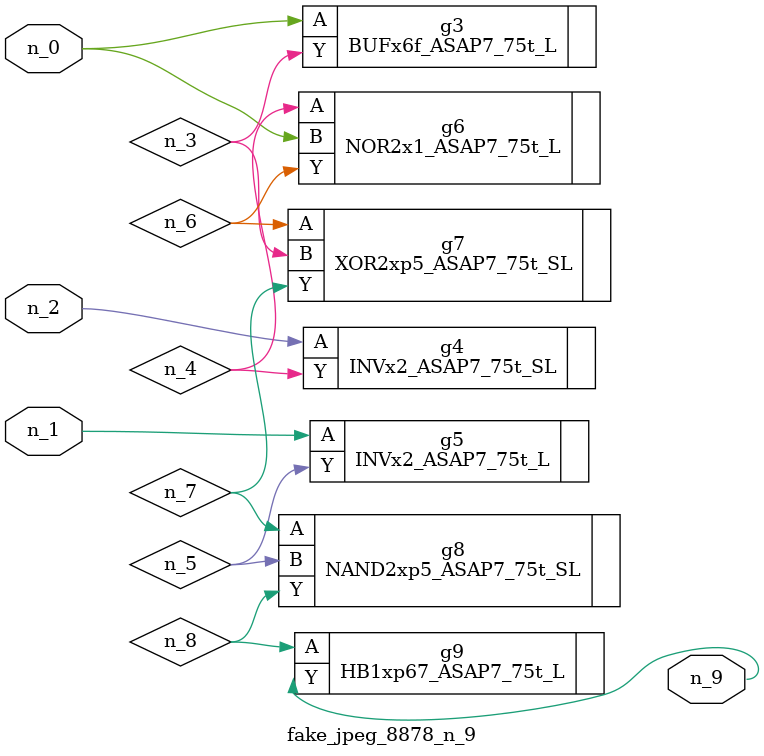
<source format=v>
module fake_jpeg_8878_n_9 (n_0, n_2, n_1, n_9);

input n_0;
input n_2;
input n_1;

output n_9;

wire n_3;
wire n_4;
wire n_8;
wire n_6;
wire n_5;
wire n_7;

BUFx6f_ASAP7_75t_L g3 ( 
.A(n_0),
.Y(n_3)
);

INVx2_ASAP7_75t_SL g4 ( 
.A(n_2),
.Y(n_4)
);

INVx2_ASAP7_75t_L g5 ( 
.A(n_1),
.Y(n_5)
);

NOR2x1_ASAP7_75t_L g6 ( 
.A(n_4),
.B(n_0),
.Y(n_6)
);

XOR2xp5_ASAP7_75t_SL g7 ( 
.A(n_6),
.B(n_3),
.Y(n_7)
);

NAND2xp5_ASAP7_75t_SL g8 ( 
.A(n_7),
.B(n_5),
.Y(n_8)
);

HB1xp67_ASAP7_75t_L g9 ( 
.A(n_8),
.Y(n_9)
);


endmodule
</source>
